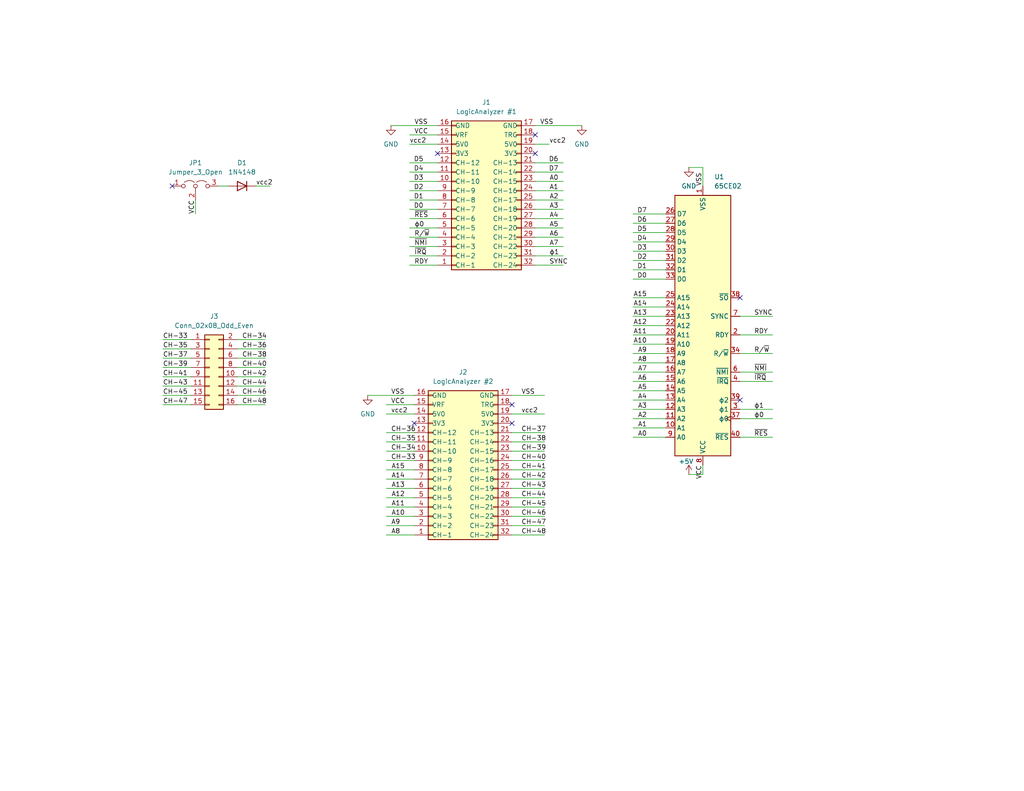
<source format=kicad_sch>
(kicad_sch (version 20250114) (generator "eeschema") (generator_version "9.0")
  (paper "USLetter")
  (title_block (title "6502 interposer") (date "2025-09-21") (rev "1.5") (company "Ositis") (comment 1 "https://github.com/eositis/a2-6502-analyzer"))
  (lib_symbols
    (symbol "65xx-library:65CE02"
      (property "Reference" "U" (at 2.54 40.64 0))
      (property "Value" "65CE02" (at 2.54 38.1 0))
      (symbol "65CE02_0_1"
        (rectangle (start -7.62 35.56) (end 7.62 -35.56) (stroke (width 0.254)) (fill (type background)))
      )
      (symbol "65CE02_1_1"
        (pin input line (at -10.16 30.48 0) (length 2.54) (name "~{RES}") (number "40"))
        (pin input clock (at -10.16 25.4 0) (length 2.54) (name "ϕ0") (number "37"))
        (pin output line (at -10.16 22.86 0) (length 2.54) (name "ϕ1") (number "3"))
        (pin output line (at -10.16 20.32 0) (length 2.54) (name "ϕ2") (number "39"))
        (pin input line (at -10.16 15.24 0) (length 2.54) (name "~{IRQ}") (number "4"))
        (pin input line (at -10.16 12.7 0) (length 2.54) (name "~{NMI}") (number "6"))
        (pin output line (at -10.16 7.62 0) (length 2.54) (name "R/~{W}") (number "34"))
        (pin input line (at -10.16 2.54 0) (length 2.54) (name "RDY") (number "2"))
        (pin output line (at -10.16 -2.54 0) (length 2.54) (name "SYNC") (number "7"))
        (pin input line (at -10.16 -7.62 0) (length 2.54) (name "~{SO}") (number "38"))
        (pin no_connect non_logic (at -7.62 -12.7 0) (length 2.54) (hide yes) (name "nc") (number "5"))
        (pin no_connect non_logic (at -7.62 -15.24 0) (length 2.54) (hide yes) (name "nc") (number "35"))
        (pin no_connect non_logic (at -7.62 -17.78 0) (length 2.54) (hide yes) (name "nc") (number "36"))
        (pin power_in line (at 0 38.1 270) (length 2.54) (name "VCC") (number "8"))
        (pin power_in line (at 0 -38.1 90) (length 2.54) (name "VSS") (number "1"))
        (pin passive line (at 0 -38.1 90) (length 2.54) (hide yes) (name "VSS") (number "21"))
        (pin output line (at 10.16 30.48 180) (length 2.54) (name "A0") (number "9"))
        (pin output line (at 10.16 27.94 180) (length 2.54) (name "A1") (number "10"))
        (pin output line (at 10.16 25.4 180) (length 2.54) (name "A2") (number "11"))
        (pin output line (at 10.16 22.86 180) (length 2.54) (name "A3") (number "12"))
        (pin output line (at 10.16 20.32 180) (length 2.54) (name "A4") (number "13"))
        (pin output line (at 10.16 17.78 180) (length 2.54) (name "A5") (number "14"))
        (pin output line (at 10.16 15.24 180) (length 2.54) (name "A6") (number "15"))
        (pin output line (at 10.16 12.7 180) (length 2.54) (name "A7") (number "16"))
        (pin output line (at 10.16 10.16 180) (length 2.54) (name "A8") (number "17"))
        (pin output line (at 10.16 7.62 180) (length 2.54) (name "A9") (number "18"))
        (pin output line (at 10.16 5.08 180) (length 2.54) (name "A10") (number "19"))
        (pin output line (at 10.16 2.54 180) (length 2.54) (name "A11") (number "20"))
        (pin output line (at 10.16 0 180) (length 2.54) (name "A12") (number "22"))
        (pin output line (at 10.16 -2.54 180) (length 2.54) (name "A13") (number "23"))
        (pin output line (at 10.16 -5.08 180) (length 2.54) (name "A14") (number "24"))
        (pin output line (at 10.16 -7.62 180) (length 2.54) (name "A15") (number "25"))
        (pin bidirectional line (at 10.16 -12.7 180) (length 2.54) (name "D0") (number "33"))
        (pin bidirectional line (at 10.16 -15.24 180) (length 2.54) (name "D1") (number "32"))
        (pin bidirectional line (at 10.16 -17.78 180) (length 2.54) (name "D2") (number "31"))
        (pin bidirectional line (at 10.16 -20.32 180) (length 2.54) (name "D3") (number "30"))
        (pin bidirectional line (at 10.16 -22.86 180) (length 2.54) (name "D4") (number "29"))
        (pin bidirectional line (at 10.16 -25.4 180) (length 2.54) (name "D5") (number "28"))
        (pin bidirectional line (at 10.16 -27.94 180) (length 2.54) (name "D6") (number "27"))
        (pin bidirectional line (at 10.16 -30.48 180) (length 2.54) (name "D7") (number "26"))
      )
    )
    (symbol "Conn_02x16_Odd_Even_MountingPin_1" (pin_names (offset 1.016))
      (property "Reference" "J1" (at 6.858 23.876 0))
      (property "Value" "Dr Gusman's Logic Analyzer" (at 8.128 21.336 0))
      (symbol "Conn_02x16_Odd_Even_MountingPin_1_1_1"
        (rectangle (start -1.27 19.05) (end 17.78 -21.59) (stroke (width 0.254)) (fill (type background)))
        (rectangle (start -1.27 17.907) (end 0 17.653) (stroke (width 0.1524)))
        (rectangle (start -1.27 15.367) (end 0 15.113) (stroke (width 0.1524)))
        (rectangle (start -1.27 12.827) (end 0 12.573) (stroke (width 0.1524)))
        (rectangle (start -1.27 10.287) (end 0 10.033) (stroke (width 0.1524)))
        (rectangle (start -1.27 7.747) (end 0 7.493) (stroke (width 0.1524)))
        (rectangle (start -1.27 5.207) (end 0 4.953) (stroke (width 0.1524)))
        (rectangle (start -1.27 2.667) (end 0 2.413) (stroke (width 0.1524)))
        (rectangle (start -1.27 0.127) (end 0 -0.127) (stroke (width 0.1524)))
        (rectangle (start -1.27 -2.413) (end 0 -2.667) (stroke (width 0.1524)))
        (rectangle (start -1.27 -4.953) (end 0 -5.207) (stroke (width 0.1524)))
        (rectangle (start -1.27 -7.493) (end 0 -7.747) (stroke (width 0.1524)))
        (rectangle (start -1.27 -10.033) (end 0 -10.287) (stroke (width 0.1524)))
        (rectangle (start -1.27 -12.573) (end 0 -12.827) (stroke (width 0.1524)))
        (rectangle (start -1.27 -15.113) (end 0 -15.367) (stroke (width 0.1524)))
        (rectangle (start -1.27 -17.653) (end 0 -17.907) (stroke (width 0.1524)))
        (rectangle (start -1.27 -20.193) (end 0 -20.447) (stroke (width 0.1524)))
        (rectangle (start 16.51 17.907) (end 17.78 17.653) (stroke (width 0.1524)))
        (rectangle (start 16.51 15.367) (end 17.78 15.113) (stroke (width 0.1524)))
        (rectangle (start 16.51 12.827) (end 17.78 12.573) (stroke (width 0.1524)))
        (rectangle (start 16.51 10.287) (end 17.78 10.033) (stroke (width 0.1524)))
        (rectangle (start 16.51 7.747) (end 17.78 7.493) (stroke (width 0.1524)))
        (rectangle (start 16.51 5.207) (end 17.78 4.953) (stroke (width 0.1524)))
        (rectangle (start 16.51 2.667) (end 17.78 2.413) (stroke (width 0.1524)))
        (rectangle (start 16.51 0.127) (end 17.78 -0.127) (stroke (width 0.1524)))
        (rectangle (start 16.51 -2.413) (end 17.78 -2.667) (stroke (width 0.1524)))
        (rectangle (start 16.51 -4.953) (end 17.78 -5.207) (stroke (width 0.1524)))
        (rectangle (start 16.51 -7.493) (end 17.78 -7.747) (stroke (width 0.1524)))
        (rectangle (start 16.51 -10.033) (end 17.78 -10.287) (stroke (width 0.1524)))
        (rectangle (start 16.51 -12.573) (end 17.78 -12.827) (stroke (width 0.1524)))
        (rectangle (start 16.51 -15.113) (end 17.78 -15.367) (stroke (width 0.1524)))
        (rectangle (start 16.51 -17.653) (end 17.78 -17.907) (stroke (width 0.1524)))
        (rectangle (start 16.51 -20.193) (end 17.78 -20.447) (stroke (width 0.1524)))
        (pin passive line (at -5.08 17.78 0) (length 3.81) (name "GND") (number "16"))
        (pin passive line (at -5.08 15.24 0) (length 3.81) (name "VRF") (number "15"))
        (pin passive line (at -5.08 12.7 0) (length 3.81) (name "5V0") (number "14"))
        (pin passive line (at -5.08 10.16 0) (length 3.81) (name "3V3") (number "13"))
        (pin passive line (at -5.08 7.62 0) (length 3.81) (name "CH-12") (number "12"))
        (pin passive line (at -5.08 5.08 0) (length 3.81) (name "CH-11") (number "11"))
        (pin passive line (at -5.08 2.54 0) (length 3.81) (name "CH-10") (number "10"))
        (pin passive line (at -5.08 0 0) (length 3.81) (name "CH-9") (number "9"))
        (pin passive line (at -5.08 -2.54 0) (length 3.81) (name "CH-8") (number "8"))
        (pin passive line (at -5.08 -5.08 0) (length 3.81) (name "CH-7") (number "7"))
        (pin passive line (at -5.08 -7.62 0) (length 3.81) (name "CH-6") (number "6"))
        (pin passive line (at -5.08 -10.16 0) (length 3.81) (name "CH-5") (number "5"))
        (pin passive line (at -5.08 -12.7 0) (length 3.81) (name "CH-4") (number "4"))
        (pin passive line (at -5.08 -15.24 0) (length 3.81) (name "CH-3") (number "3"))
        (pin passive line (at -5.08 -17.78 0) (length 3.81) (name "CH-2") (number "2"))
        (pin passive line (at -5.08 -20.32 0) (length 3.81) (name "CH-1") (number "1"))
        (pin passive line (at 21.59 17.78 180) (length 3.81) (name "GND") (number "17"))
        (pin passive line (at 21.59 15.24 180) (length 3.81) (name "TRG") (number "18"))
        (pin passive line (at 21.59 12.7 180) (length 3.81) (name "5V0") (number "19"))
        (pin passive line (at 21.59 10.16 180) (length 3.81) (name "3V3") (number "20"))
        (pin passive line (at 21.59 7.62 180) (length 3.81) (name "CH-13") (number "21"))
        (pin passive line (at 21.59 5.08 180) (length 3.81) (name "CH-14") (number "22"))
        (pin passive line (at 21.59 2.54 180) (length 3.81) (name "CH-15") (number "23"))
        (pin passive line (at 21.59 0 180) (length 3.81) (name "CH-16") (number "24"))
        (pin passive line (at 21.59 -2.54 180) (length 3.81) (name "CH-17") (number "25"))
        (pin passive line (at 21.59 -5.08 180) (length 3.81) (name "CH-18") (number "26"))
        (pin passive line (at 21.59 -7.62 180) (length 3.81) (name "CH-19") (number "27"))
        (pin passive line (at 21.59 -10.16 180) (length 3.81) (name "CH-20") (number "28"))
        (pin passive line (at 21.59 -12.7 180) (length 3.81) (name "CH-21") (number "29"))
        (pin passive line (at 21.59 -15.24 180) (length 3.81) (name "CH-22") (number "30"))
        (pin passive line (at 21.59 -17.78 180) (length 3.81) (name "CH-23") (number "31"))
        (pin passive line (at 21.59 -20.32 180) (length 3.81) (name "CH-24") (number "32"))
      )
    )
    (symbol "Connector_Generic:Conn_02x08_Odd_Even" (pin_names (offset 1.016) (hide yes))
      (property "Reference" "J" (at 1.27 10.16 0))
      (property "Value" "Conn_02x08_Odd_Even" (at 1.27 -12.7 0))
      (symbol "Conn_02x08_Odd_Even_1_1"
        (rectangle (start -1.27 8.89) (end 3.81 -11.43) (stroke (width 0.254)) (fill (type background)))
        (rectangle (start -1.27 7.747) (end 0 7.493) (stroke (width 0.1524)))
        (rectangle (start -1.27 5.207) (end 0 4.953) (stroke (width 0.1524)))
        (rectangle (start -1.27 2.667) (end 0 2.413) (stroke (width 0.1524)))
        (rectangle (start -1.27 0.127) (end 0 -0.127) (stroke (width 0.1524)))
        (rectangle (start -1.27 -2.413) (end 0 -2.667) (stroke (width 0.1524)))
        (rectangle (start -1.27 -4.953) (end 0 -5.207) (stroke (width 0.1524)))
        (rectangle (start -1.27 -7.493) (end 0 -7.747) (stroke (width 0.1524)))
        (rectangle (start -1.27 -10.033) (end 0 -10.287) (stroke (width 0.1524)))
        (rectangle (start 3.81 7.747) (end 2.54 7.493) (stroke (width 0.1524)))
        (rectangle (start 3.81 5.207) (end 2.54 4.953) (stroke (width 0.1524)))
        (rectangle (start 3.81 2.667) (end 2.54 2.413) (stroke (width 0.1524)))
        (rectangle (start 3.81 0.127) (end 2.54 -0.127) (stroke (width 0.1524)))
        (rectangle (start 3.81 -2.413) (end 2.54 -2.667) (stroke (width 0.1524)))
        (rectangle (start 3.81 -4.953) (end 2.54 -5.207) (stroke (width 0.1524)))
        (rectangle (start 3.81 -7.493) (end 2.54 -7.747) (stroke (width 0.1524)))
        (rectangle (start 3.81 -10.033) (end 2.54 -10.287) (stroke (width 0.1524)))
        (pin passive line (at -5.08 7.62 0) (length 3.81) (name "Pin_1") (number "1"))
        (pin passive line (at -5.08 5.08 0) (length 3.81) (name "Pin_3") (number "3"))
        (pin passive line (at -5.08 2.54 0) (length 3.81) (name "Pin_5") (number "5"))
        (pin passive line (at -5.08 0 0) (length 3.81) (name "Pin_7") (number "7"))
        (pin passive line (at -5.08 -2.54 0) (length 3.81) (name "Pin_9") (number "9"))
        (pin passive line (at -5.08 -5.08 0) (length 3.81) (name "Pin_11") (number "11"))
        (pin passive line (at -5.08 -7.62 0) (length 3.81) (name "Pin_13") (number "13"))
        (pin passive line (at -5.08 -10.16 0) (length 3.81) (name "Pin_15") (number "15"))
        (pin passive line (at 7.62 7.62 180) (length 3.81) (name "Pin_2") (number "2"))
        (pin passive line (at 7.62 5.08 180) (length 3.81) (name "Pin_4") (number "4"))
        (pin passive line (at 7.62 2.54 180) (length 3.81) (name "Pin_6") (number "6"))
        (pin passive line (at 7.62 0 180) (length 3.81) (name "Pin_8") (number "8"))
        (pin passive line (at 7.62 -2.54 180) (length 3.81) (name "Pin_10") (number "10"))
        (pin passive line (at 7.62 -5.08 180) (length 3.81) (name "Pin_12") (number "12"))
        (pin passive line (at 7.62 -7.62 180) (length 3.81) (name "Pin_14") (number "14"))
        (pin passive line (at 7.62 -10.16 180) (length 3.81) (name "Pin_16") (number "16"))
      )
    )
    (symbol "Diode:1N4148" (pin_numbers (hide yes)) (pin_names (hide yes))
      (property "Reference" "D" (at 0 2.54 0))
      (property "Value" "1N4148" (at 0 -2.54 0))
      (symbol "1N4148_0_1"
        (polyline (pts (xy -1.27 1.27) (xy -1.27 -1.27)) (stroke (width 0.254)))
        (polyline (pts (xy 1.27 1.27) (xy 1.27 -1.27) (xy -1.27 0) (xy 1.27 1.27)) (stroke (width 0.254)))
        (polyline (pts (xy 1.27 0) (xy -1.27 0)))
      )
      (symbol "1N4148_1_1"
        (pin passive line (at -3.81 0 0) (length 2.54) (name "K") (number "1"))
        (pin passive line (at 3.81 0 180) (length 2.54) (name "A") (number "2"))
      )
    )
    (symbol "Jumper:Jumper_3_Open" (pin_names (offset 0) (hide yes)) (in_bom no)
      (property "Reference" "JP" (at -2.54 -2.54 0))
      (property "Value" "Jumper_3_Open" (at 0 2.794 0))
      (symbol "Jumper_3_Open_0_0"
        (circle (center -3.302 0) (radius 0.508))
        (circle (center 0 0) (radius 0.508))
        (circle (center 3.302 0) (radius 0.508))
      )
      (symbol "Jumper_3_Open_0_1"
        (arc (start -3.048 1.016) (mid -1.651 1.4992) (end -0.254 1.016))
        (polyline (pts (xy 0 -0.508) (xy 0 -1.27)))
        (arc (start 0.254 1.016) (mid 1.651 1.4992) (end 3.048 1.016))
      )
      (symbol "Jumper_3_Open_1_1"
        (pin passive line (at -6.35 0 0) (length 2.54) (name "A") (number "1"))
        (pin passive line (at 0 -3.81 90) (length 2.54) (name "C") (number "2"))
        (pin passive line (at 6.35 0 180) (length 2.54) (name "B") (number "3"))
      )
    )
    (symbol "LocalLibrary:Dr_Gusman's_Logic_Analyzer_Pinout" (pin_names (offset 1.016))
      (property "Reference" "J1" (at 6.858 23.876 0))
      (property "Value" "Dr Gusman's Logic Analyzer" (at 8.128 21.336 0))
      (symbol "Dr_Gusman's_Logic_Analyzer_Pinout_1_1"
        (rectangle (start -1.27 19.05) (end 17.78 -21.59) (stroke (width 0.254)) (fill (type background)))
        (rectangle (start -1.27 17.907) (end 0 17.653) (stroke (width 0.1524)))
        (rectangle (start -1.27 15.367) (end 0 15.113) (stroke (width 0.1524)))
        (rectangle (start -1.27 12.827) (end 0 12.573) (stroke (width 0.1524)))
        (rectangle (start -1.27 10.287) (end 0 10.033) (stroke (width 0.1524)))
        (rectangle (start -1.27 7.747) (end 0 7.493) (stroke (width 0.1524)))
        (rectangle (start -1.27 5.207) (end 0 4.953) (stroke (width 0.1524)))
        (rectangle (start -1.27 2.667) (end 0 2.413) (stroke (width 0.1524)))
        (rectangle (start -1.27 0.127) (end 0 -0.127) (stroke (width 0.1524)))
        (rectangle (start -1.27 -2.413) (end 0 -2.667) (stroke (width 0.1524)))
        (rectangle (start -1.27 -4.953) (end 0 -5.207) (stroke (width 0.1524)))
        (rectangle (start -1.27 -7.493) (end 0 -7.747) (stroke (width 0.1524)))
        (rectangle (start -1.27 -10.033) (end 0 -10.287) (stroke (width 0.1524)))
        (rectangle (start -1.27 -12.573) (end 0 -12.827) (stroke (width 0.1524)))
        (rectangle (start -1.27 -15.113) (end 0 -15.367) (stroke (width 0.1524)))
        (rectangle (start -1.27 -17.653) (end 0 -17.907) (stroke (width 0.1524)))
        (rectangle (start -1.27 -20.193) (end 0 -20.447) (stroke (width 0.1524)))
        (rectangle (start 16.51 17.907) (end 17.78 17.653) (stroke (width 0.1524)))
        (rectangle (start 16.51 15.367) (end 17.78 15.113) (stroke (width 0.1524)))
        (rectangle (start 16.51 12.827) (end 17.78 12.573) (stroke (width 0.1524)))
        (rectangle (start 16.51 10.287) (end 17.78 10.033) (stroke (width 0.1524)))
        (rectangle (start 16.51 7.747) (end 17.78 7.493) (stroke (width 0.1524)))
        (rectangle (start 16.51 5.207) (end 17.78 4.953) (stroke (width 0.1524)))
        (rectangle (start 16.51 2.667) (end 17.78 2.413) (stroke (width 0.1524)))
        (rectangle (start 16.51 0.127) (end 17.78 -0.127) (stroke (width 0.1524)))
        (rectangle (start 16.51 -2.413) (end 17.78 -2.667) (stroke (width 0.1524)))
        (rectangle (start 16.51 -4.953) (end 17.78 -5.207) (stroke (width 0.1524)))
        (rectangle (start 16.51 -7.493) (end 17.78 -7.747) (stroke (width 0.1524)))
        (rectangle (start 16.51 -10.033) (end 17.78 -10.287) (stroke (width 0.1524)))
        (rectangle (start 16.51 -12.573) (end 17.78 -12.827) (stroke (width 0.1524)))
        (rectangle (start 16.51 -15.113) (end 17.78 -15.367) (stroke (width 0.1524)))
        (rectangle (start 16.51 -17.653) (end 17.78 -17.907) (stroke (width 0.1524)))
        (rectangle (start 16.51 -20.193) (end 17.78 -20.447) (stroke (width 0.1524)))
        (pin passive line (at -5.08 17.78 0) (length 3.81) (name "GND") (number "16"))
        (pin passive line (at -5.08 15.24 0) (length 3.81) (name "VRF") (number "15"))
        (pin passive line (at -5.08 12.7 0) (length 3.81) (name "5V0") (number "14"))
        (pin passive line (at -5.08 10.16 0) (length 3.81) (name "3V3") (number "13"))
        (pin passive line (at -5.08 7.62 0) (length 3.81) (name "CH-12") (number "12"))
        (pin passive line (at -5.08 5.08 0) (length 3.81) (name "CH-11") (number "11"))
        (pin passive line (at -5.08 2.54 0) (length 3.81) (name "CH-10") (number "10"))
        (pin passive line (at -5.08 0 0) (length 3.81) (name "CH-9") (number "9"))
        (pin passive line (at -5.08 -2.54 0) (length 3.81) (name "CH-8") (number "8"))
        (pin passive line (at -5.08 -5.08 0) (length 3.81) (name "CH-7") (number "7"))
        (pin passive line (at -5.08 -7.62 0) (length 3.81) (name "CH-6") (number "6"))
        (pin passive line (at -5.08 -10.16 0) (length 3.81) (name "CH-5") (number "5"))
        (pin passive line (at -5.08 -12.7 0) (length 3.81) (name "CH-4") (number "4"))
        (pin passive line (at -5.08 -15.24 0) (length 3.81) (name "CH-3") (number "3"))
        (pin passive line (at -5.08 -17.78 0) (length 3.81) (name "CH-2") (number "2"))
        (pin passive line (at -5.08 -20.32 0) (length 3.81) (name "CH-1") (number "1"))
        (pin passive line (at 21.59 17.78 180) (length 3.81) (name "GND") (number "17"))
        (pin passive line (at 21.59 15.24 180) (length 3.81) (name "TRG") (number "18"))
        (pin passive line (at 21.59 12.7 180) (length 3.81) (name "5V0") (number "19"))
        (pin passive line (at 21.59 10.16 180) (length 3.81) (name "3V3") (number "20"))
        (pin passive line (at 21.59 7.62 180) (length 3.81) (name "CH-13") (number "21"))
        (pin passive line (at 21.59 5.08 180) (length 3.81) (name "CH-14") (number "22"))
        (pin passive line (at 21.59 2.54 180) (length 3.81) (name "CH-15") (number "23"))
        (pin passive line (at 21.59 0 180) (length 3.81) (name "CH-16") (number "24"))
        (pin passive line (at 21.59 -2.54 180) (length 3.81) (name "CH-17") (number "25"))
        (pin passive line (at 21.59 -5.08 180) (length 3.81) (name "CH-18") (number "26"))
        (pin passive line (at 21.59 -7.62 180) (length 3.81) (name "CH-19") (number "27"))
        (pin passive line (at 21.59 -10.16 180) (length 3.81) (name "CH-20") (number "28"))
        (pin passive line (at 21.59 -12.7 180) (length 3.81) (name "CH-21") (number "29"))
        (pin passive line (at 21.59 -15.24 180) (length 3.81) (name "CH-22") (number "30"))
        (pin passive line (at 21.59 -17.78 180) (length 3.81) (name "CH-23") (number "31"))
        (pin passive line (at 21.59 -20.32 180) (length 3.81) (name "CH-24") (number "32"))
      )
    )
    (symbol "power:+5V" (power) (pin_numbers (hide yes)) (pin_names (offset 0) (hide yes))
      (property "Value" "+5V" (at 0 3.556 0))
      (symbol "+5V_0_1"
        (polyline (pts (xy -0.762 1.27) (xy 0 2.54)))
        (polyline (pts (xy 0 2.54) (xy 0.762 1.27)))
        (polyline (pts (xy 0 0) (xy 0 2.54)))
      )
      (symbol "+5V_1_1"
        (pin power_in line (at 0 0 90) (length 0) (name "~") (number "1"))
      )
    )
    (symbol "power:GND" (power) (pin_numbers (hide yes)) (pin_names (offset 0) (hide yes))
      (property "Value" "GND" (at 0 -3.81 0))
      (symbol "GND_0_1"
        (polyline (pts (xy 0 0) (xy 0 -1.27) (xy 1.27 -1.27) (xy 0 -2.54) (xy -1.27 -1.27) (xy 0 -1.27)))
      )
      (symbol "GND_1_1"
        (pin power_in line (at 0 0 270) (length 0) (name "~") (number "1"))
      )
    )
  )
  (no_connect (at 113.03 115.57))
  (no_connect (at 139.7 110.49))
  (no_connect (at 146.05 41.91))
  (no_connect (at 146.05 36.83))
  (no_connect (at 139.7 115.57))
  (no_connect (at 201.93 109.22))
  (no_connect (at 201.93 81.28))
  (no_connect (at 46.99 50.8))
  (no_connect (at 119.38 41.91))
  (wire (pts (xy 201.93 119.38) (xy 210.82 119.38)))
  (wire (pts (xy 146.05 54.61) (xy 153.67 54.61)))
  (wire (pts (xy 119.38 64.77) (xy 111.76 64.77)))
  (wire (pts (xy 113.03 138.43) (xy 105.41 138.43)))
  (wire (pts (xy 139.7 143.51) (xy 148.59 143.51)))
  (wire (pts (xy 44.45 102.87) (xy 52.07 102.87)))
  (wire (pts (xy 139.7 135.89) (xy 148.59 135.89)))
  (wire (pts (xy 191.77 127) (xy 191.77 129.54)))
  (wire (pts (xy 172.72 111.76) (xy 181.61 111.76)))
  (wire (pts (xy 119.38 67.31) (xy 111.76 67.31)))
  (wire (pts (xy 105.41 110.49) (xy 113.03 110.49)))
  (wire (pts (xy 201.93 101.6) (xy 210.82 101.6)))
  (wire (pts (xy 106.68 34.29) (xy 119.38 34.29)))
  (wire (pts (xy 119.38 52.07) (xy 111.76 52.07)))
  (wire (pts (xy 201.93 104.14) (xy 210.82 104.14)))
  (wire (pts (xy 64.77 107.95) (xy 72.39 107.95)))
  (wire (pts (xy 201.93 86.36) (xy 210.82 86.36)))
  (wire (pts (xy 64.77 105.41) (xy 72.39 105.41)))
  (wire (pts (xy 139.7 146.05) (xy 148.59 146.05)))
  (wire (pts (xy 44.45 105.41) (xy 52.07 105.41)))
  (wire (pts (xy 64.77 97.79) (xy 72.39 97.79)))
  (wire (pts (xy 119.38 57.15) (xy 111.76 57.15)))
  (wire (pts (xy 113.03 133.35) (xy 105.41 133.35)))
  (wire (pts (xy 139.7 133.35) (xy 148.59 133.35)))
  (wire (pts (xy 172.72 68.58) (xy 181.61 68.58)))
  (wire (pts (xy 172.72 91.44) (xy 181.61 91.44)))
  (wire (pts (xy 53.34 54.61) (xy 53.34 58.42)))
  (wire (pts (xy 139.7 120.65) (xy 148.59 120.65)))
  (wire (pts (xy 148.59 113.03) (xy 139.7 113.03)))
  (wire (pts (xy 172.72 114.3) (xy 181.61 114.3)))
  (wire (pts (xy 44.45 110.49) (xy 52.07 110.49)))
  (wire (pts (xy 64.77 110.49) (xy 72.39 110.49)))
  (wire (pts (xy 119.38 46.99) (xy 111.76 46.99)))
  (wire (pts (xy 139.7 138.43) (xy 148.59 138.43)))
  (wire (pts (xy 172.72 99.06) (xy 181.61 99.06)))
  (wire (pts (xy 191.77 50.8) (xy 191.77 45.72)))
  (wire (pts (xy 172.72 71.12) (xy 181.61 71.12)))
  (wire (pts (xy 113.03 128.27) (xy 105.41 128.27)))
  (wire (pts (xy 146.05 49.53) (xy 153.67 49.53)))
  (wire (pts (xy 172.72 76.2) (xy 181.61 76.2)))
  (wire (pts (xy 172.72 96.52) (xy 181.61 96.52)))
  (wire (pts (xy 201.93 91.44) (xy 210.82 91.44)))
  (wire (pts (xy 64.77 100.33) (xy 72.39 100.33)))
  (wire (pts (xy 44.45 107.95) (xy 52.07 107.95)))
  (wire (pts (xy 172.72 58.42) (xy 181.61 58.42)))
  (wire (pts (xy 100.33 107.95) (xy 113.03 107.95)))
  (wire (pts (xy 119.38 44.45) (xy 111.76 44.45)))
  (wire (pts (xy 113.03 123.19) (xy 105.41 123.19)))
  (wire (pts (xy 69.85 50.8) (xy 73.66 50.8)))
  (wire (pts (xy 201.93 111.76) (xy 210.82 111.76)))
  (wire (pts (xy 172.72 63.5) (xy 181.61 63.5)))
  (wire (pts (xy 146.05 34.29) (xy 158.75 34.29)))
  (wire (pts (xy 64.77 95.25) (xy 72.39 95.25)))
  (wire (pts (xy 146.05 46.99) (xy 153.67 46.99)))
  (wire (pts (xy 146.05 64.77) (xy 153.67 64.77)))
  (wire (pts (xy 111.76 39.37) (xy 119.38 39.37)))
  (wire (pts (xy 172.72 86.36) (xy 181.61 86.36)))
  (wire (pts (xy 111.76 36.83) (xy 119.38 36.83)))
  (wire (pts (xy 191.77 129.54) (xy 187.96 129.54)))
  (wire (pts (xy 172.72 104.14) (xy 181.61 104.14)))
  (wire (pts (xy 113.03 130.81) (xy 105.41 130.81)))
  (wire (pts (xy 146.05 62.23) (xy 153.67 62.23)))
  (wire (pts (xy 172.72 101.6) (xy 181.61 101.6)))
  (wire (pts (xy 113.03 125.73) (xy 105.41 125.73)))
  (wire (pts (xy 44.45 92.71) (xy 52.07 92.71)))
  (wire (pts (xy 201.93 96.52) (xy 210.82 96.52)))
  (wire (pts (xy 119.38 59.69) (xy 111.76 59.69)))
  (wire (pts (xy 146.05 69.85) (xy 153.67 69.85)))
  (wire (pts (xy 139.7 123.19) (xy 148.59 123.19)))
  (wire (pts (xy 113.03 143.51) (xy 105.41 143.51)))
  (wire (pts (xy 172.72 81.28) (xy 181.61 81.28)))
  (wire (pts (xy 172.72 60.96) (xy 181.61 60.96)))
  (wire (pts (xy 119.38 72.39) (xy 111.76 72.39)))
  (wire (pts (xy 113.03 120.65) (xy 105.41 120.65)))
  (wire (pts (xy 146.05 52.07) (xy 153.67 52.07)))
  (wire (pts (xy 113.03 118.11) (xy 105.41 118.11)))
  (wire (pts (xy 139.7 125.73) (xy 148.59 125.73)))
  (wire (pts (xy 139.7 140.97) (xy 148.59 140.97)))
  (wire (pts (xy 113.03 146.05) (xy 105.41 146.05)))
  (wire (pts (xy 64.77 102.87) (xy 72.39 102.87)))
  (wire (pts (xy 146.05 57.15) (xy 153.67 57.15)))
  (wire (pts (xy 146.05 44.45) (xy 153.67 44.45)))
  (wire (pts (xy 44.45 97.79) (xy 52.07 97.79)))
  (wire (pts (xy 119.38 62.23) (xy 111.76 62.23)))
  (wire (pts (xy 172.72 119.38) (xy 181.61 119.38)))
  (wire (pts (xy 191.77 45.72) (xy 187.96 45.72)))
  (wire (pts (xy 44.45 100.33) (xy 52.07 100.33)))
  (wire (pts (xy 119.38 54.61) (xy 111.76 54.61)))
  (wire (pts (xy 139.7 107.95) (xy 148.59 107.95)))
  (wire (pts (xy 113.03 140.97) (xy 105.41 140.97)))
  (wire (pts (xy 139.7 128.27) (xy 148.59 128.27)))
  (wire (pts (xy 172.72 88.9) (xy 181.61 88.9)))
  (wire (pts (xy 113.03 135.89) (xy 105.41 135.89)))
  (wire (pts (xy 172.72 73.66) (xy 181.61 73.66)))
  (wire (pts (xy 139.7 130.81) (xy 148.59 130.81)))
  (wire (pts (xy 172.72 116.84) (xy 181.61 116.84)))
  (wire (pts (xy 139.7 118.11) (xy 148.59 118.11)))
  (wire (pts (xy 119.38 49.53) (xy 111.76 49.53)))
  (wire (pts (xy 146.05 59.69) (xy 153.67 59.69)))
  (wire (pts (xy 172.72 83.82) (xy 181.61 83.82)))
  (wire (pts (xy 146.05 67.31) (xy 153.67 67.31)))
  (wire (pts (xy 172.72 109.22) (xy 181.61 109.22)))
  (wire (pts (xy 119.38 69.85) (xy 111.76 69.85)))
  (wire (pts (xy 59.69 50.8) (xy 62.23 50.8)))
  (wire (pts (xy 146.05 72.39) (xy 153.67 72.39)))
  (wire (pts (xy 172.72 66.04) (xy 181.61 66.04)))
  (wire (pts (xy 105.41 113.03) (xy 113.03 113.03)))
  (wire (pts (xy 146.05 39.37) (xy 149.86 39.37)))
  (wire (pts (xy 172.72 93.98) (xy 181.61 93.98)))
  (wire (pts (xy 64.77 92.71) (xy 72.39 92.71)))
  (wire (pts (xy 172.72 106.68) (xy 181.61 106.68)))
  (wire (pts (xy 44.45 95.25) (xy 52.07 95.25)))
  (wire (pts (xy 201.93 114.3) (xy 210.82 114.3)))
  (label "D1" (at 176.53 73.66 180))
  (label "VSS" (at 106.68 107.95 0))
  (label "A9" (at 176.53 96.52 180))
  (label "VCC" (at 191.77 127 270))
  (label "A4" (at 152.4 59.69 180))
  (label "A12" (at 176.53 88.9 180))
  (label "A3" (at 152.4 57.15 180))
  (label "SYNC" (at 205.74 86.36 0))
  (label "D2" (at 176.53 71.12 180))
  (label "CH-38" (at 142.24 120.65 0))
  (label "A1" (at 152.4 52.07 180))
  (label "A13" (at 110.49 133.35 180))
  (label "A12" (at 110.49 135.89 180))
  (label "ϕ0" (at 113.03 62.23 0))
  (label "CH-42" (at 66.04 102.87 0))
  (label "CH-45" (at 44.45 107.95 0))
  (label "A14" (at 176.53 83.82 180))
  (label "ϕ1" (at 205.74 111.76 0))
  (label "A14" (at 110.49 130.81 180))
  (label "A13" (at 176.53 86.36 180))
  (label "D7" (at 152.4 46.99 180))
  (label "ϕ1" (at 149.86 69.85 0))
  (label "A11" (at 176.53 91.44 180))
  (label "D7" (at 176.53 58.42 180))
  (label "RDY" (at 113.03 72.39 0))
  (label "VCC" (at 110.49 110.49 180))
  (label "A1" (at 176.53 116.84 180))
  (label "A0" (at 152.4 49.53 180))
  (label "A7" (at 176.53 101.6 180))
  (label "CH-48" (at 66.04 110.49 0))
  (label "SYNC" (at 149.86 72.39 0))
  (label "A6" (at 152.4 64.77 180))
  (label "CH-45" (at 142.24 138.43 0))
  (label "VCC" (at 53.34 54.61 270))
  (label "A7" (at 152.4 67.31 180))
  (label "CH-44" (at 66.04 105.41 0))
  (label "CH-47" (at 44.45 110.49 0))
  (label "VSS" (at 147.32 34.29 0))
  (label "VCC" (at 116.84 36.83 180))
  (label "A2" (at 152.4 54.61 180))
  (label "CH-34" (at 106.68 123.19 0))
  (label "CH-43" (at 142.24 133.35 0))
  (label "CH-43" (at 44.45 105.41 0))
  (label "CH-46" (at 142.24 140.97 0))
  (label "vcc2" (at 111.76 39.37 0))
  (label "A10" (at 176.53 93.98 180))
  (label "D5" (at 115.57 44.45 180))
  (label "CH-36" (at 106.68 118.11 0))
  (label "D0" (at 115.57 57.15 180))
  (label "D6" (at 176.53 60.96 180))
  (label "D0" (at 176.53 76.2 180))
  (label "CH-42" (at 142.24 130.81 0))
  (label "VSS" (at 142.24 107.95 0))
  (label "D5" (at 176.53 63.5 180))
  (label "CH-37" (at 142.24 118.11 0))
  (label "R/~{W}" (at 113.03 64.77 0))
  (label "A5" (at 176.53 106.68 180))
  (label "CH-36" (at 66.04 95.25 0))
  (label "CH-35" (at 106.68 120.65 0))
  (label "~{RES}" (at 205.74 119.38 0))
  (label "A15" (at 176.53 81.28 180))
  (label "CH-47" (at 142.24 143.51 0))
  (label "A6" (at 176.53 104.14 180))
  (label "vcc2" (at 69.85 50.8 0))
  (label "VSS" (at 191.77 50.8 90))
  (label "~{NMI}" (at 205.74 101.6 0))
  (label "ϕ0" (at 205.74 114.3 0))
  (label "~{RES}" (at 113.03 59.69 0))
  (label "D6" (at 152.4 44.45 180))
  (label "CH-41" (at 142.24 128.27 0))
  (label "CH-48" (at 142.24 146.05 0))
  (label "~{IRQ}" (at 113.03 69.85 0))
  (label "A5" (at 152.4 62.23 180))
  (label "A4" (at 176.53 109.22 180))
  (label "A8" (at 176.53 99.06 180))
  (label "vcc2" (at 106.68 113.03 0))
  (label "D4" (at 176.53 66.04 180))
  (label "A0" (at 176.53 119.38 180))
  (label "CH-33" (at 106.68 125.73 0))
  (label "CH-46" (at 66.04 107.95 0))
  (label "A8" (at 109.22 146.05 180))
  (label "A2" (at 176.53 114.3 180))
  (label "A11" (at 110.49 138.43 180))
  (label "D3" (at 115.57 49.53 180))
  (label "RDY" (at 205.74 91.44 0))
  (label "CH-37" (at 44.45 97.79 0))
  (label "CH-41" (at 44.45 102.87 0))
  (label "CH-38" (at 66.04 97.79 0))
  (label "CH-39" (at 44.45 100.33 0))
  (label "~{NMI}" (at 113.03 67.31 0))
  (label "A3" (at 176.53 111.76 180))
  (label "CH-33" (at 44.45 92.71 0))
  (label "vcc2" (at 149.86 39.37 0))
  (label "CH-39" (at 142.24 123.19 0))
  (label "~{IRQ}" (at 205.74 104.14 0))
  (label "CH-34" (at 66.04 92.71 0))
  (label "CH-35" (at 44.45 95.25 0))
  (label "A15" (at 110.49 128.27 180))
  (label "D2" (at 115.57 52.07 180))
  (label "D3" (at 176.53 68.58 180))
  (label "vcc2" (at 142.24 113.03 0))
  (label "CH-40" (at 66.04 100.33 0))
  (label "R/~{W}" (at 205.74 96.52 0))
  (label "VSS" (at 113.03 34.29 0))
  (label "D1" (at 115.57 54.61 180))
  (label "CH-40" (at 142.24 125.73 0))
  (label "A9" (at 109.22 143.51 180))
  (label "CH-44" (at 142.24 135.89 0))
  (label "A10" (at 110.49 140.97 180))
  (label "D4" (at 115.57 46.99 180))
  (symbol (lib_id "power:GND") (at 158.75 34.29 0) (unit 1)
    (property "Reference" "#PWR06" (effects (hide yes)))
    (property "Value" "GND" (at 158.75 39.37 0))
    (property "Description" "Power symbol creates a global label with name \"GND\" , ground" (effects (hide yes)))
  )
  (symbol (lib_id "Diode:1N4148") (at 66.04 50.8 180) (unit 1)
    (property "Reference" "D1" (at 66.04 44.45 0))
    (property "Value" "1N4148" (at 66.04 46.99 0))
    (property "Footprint" "Diode_THT:D_DO-35_SOD27_P7.62mm_Horizontal" (effects (hide yes)))
    (property "Datasheet" "https://assets.nexperia.com/documents/data-sheet/1N4148_1N4448.pdf" (effects (hide yes)))
    (property "Description" "100V 0.15A standard switching diode, DO-35" (effects (hide yes)))
    (property "Sim.Device" "D" (effects (hide yes)))
    (property "Sim.Pins" "1=K 2=A" (effects (hide yes)))
  )
  (symbol (lib_id "power:GND") (at 187.96 45.72 0) (unit 1)
    (property "Reference" "#PWR02" (effects (hide yes)))
    (property "Value" "GND" (at 187.96 50.8 0))
    (property "Description" "Power symbol creates a global label with name \"GND\" , ground" (effects (hide yes)))
  )
  (symbol (lib_id "LocalLibrary:Dr_Gusman's_Logic_Analyzer_Pinout") (at 118.11 125.73 0) (unit 1)
    (property "Reference" "J2" (at 126.365 101.6 0))
    (property "Value" "LogicAnalyzer #2" (at 126.365 104.14 0))
    (property "Footprint" "Connector_PinSocket_2.54mm:PinSocket_2x16_P2.54mm_Vertical" (effects (hide yes)))
    (property "Description" "Generic connectable mounting pin connector, double row, 02x16, odd/even pin numbering scheme (row 1 odd numbers, row 2 even numbers), script generated (kicad-library-utils/schlib/autogen/connector/)" (effects (hide yes)))
  )
  (symbol (lib_name "Conn_02x16_Odd_Even_MountingPin_1") (lib_id "Connector_Generic_MountingPin:Conn_02x16_Odd_Even_MountingPin") (at 124.46 52.07 0) (unit 1)
    (property "Reference" "J1" (at 132.715 27.94 0))
    (property "Value" "LogicAnalyzer #1" (at 132.715 30.48 0))
    (property "Footprint" "Connector_PinSocket_2.54mm:PinSocket_2x16_P2.54mm_Vertical" (effects (hide yes)))
    (property "Description" "Generic connectable mounting pin connector, double row, 02x16, odd/even pin numbering scheme (row 1 odd numbers, row 2 even numbers), script generated (kicad-library-utils/schlib/autogen/connector/)" (effects (hide yes)))
  )
  (symbol (lib_id "power:+5V") (at 187.96 129.54 0) (unit 1)
    (property "Reference" "#PWR01" (effects (hide yes)))
    (property "Value" "+5V" (at 187.198 125.984 0))
    (property "Description" "Power symbol creates a global label with name \"+5V\"" (effects (hide yes)))
  )
  (symbol (lib_id "power:GND") (at 100.33 107.95 0) (unit 1)
    (property "Reference" "#PWR07" (effects (hide yes)))
    (property "Value" "GND" (at 100.33 113.03 0))
    (property "Description" "Power symbol creates a global label with name \"GND\" , ground" (effects (hide yes)))
  )
  (symbol (lib_id "power:GND") (at 106.68 34.29 0) (unit 1)
    (property "Reference" "#PWR05" (effects (hide yes)))
    (property "Value" "GND" (at 106.68 39.37 0))
    (property "Description" "Power symbol creates a global label with name \"GND\" , ground" (effects (hide yes)))
  )
  (symbol (lib_id "65xx-library:65CE02") (at 191.77 88.9 180) (unit 1)
    (property "Reference" "U1" (at 194.8881 48.26 0) (effects (justify right)))
    (property "Value" "65CE02" (at 194.8881 50.8 0) (effects (justify right)))
    (property "Footprint" "Package_DIP:DIP-40_W15.24mm" (effects (hide yes)))
    (property "Datasheet" "http://www.6502.org/documents/datasheets/mos/mos_65ce02_mpu.pdf" (effects (hide yes)))
    (property "Description" "8-bit CMOS Microprocessor, 64K, DIP-40" (effects (hide yes)))
  )
  (symbol (lib_id "Jumper:Jumper_3_Open") (at 53.34 50.8 0) (unit 1) (in_bom no)
    (property "Reference" "JP1" (at 53.34 44.45 0))
    (property "Value" "Jumper_3_Open" (at 53.34 46.99 0))
    (property "Footprint" "Connector_PinHeader_2.54mm:PinHeader_1x03_P2.54mm_Vertical" (effects (hide yes)))
    (property "Description" "Jumper, 3-pole, both open" (effects (hide yes)))
  )
  (symbol (lib_id "Connector_Generic:Conn_02x08_Odd_Even") (at 57.15 100.33 0) (unit 1)
    (property "Reference" "J3" (at 58.42 86.36 0))
    (property "Value" "Conn_02x08_Odd_Even" (at 58.42 88.9 0))
    (property "Footprint" "Connector_PinSocket_2.54mm:PinSocket_2x08_P2.54mm_Vertical" (effects (hide yes)))
    (property "Description" "Generic connector, double row, 02x08, odd/even pin numbering scheme (row 1 odd numbers, row 2 even numbers), script generated (kicad-library-utils/schlib/autogen/connector/)" (effects (hide yes)))
  )
)
</source>
